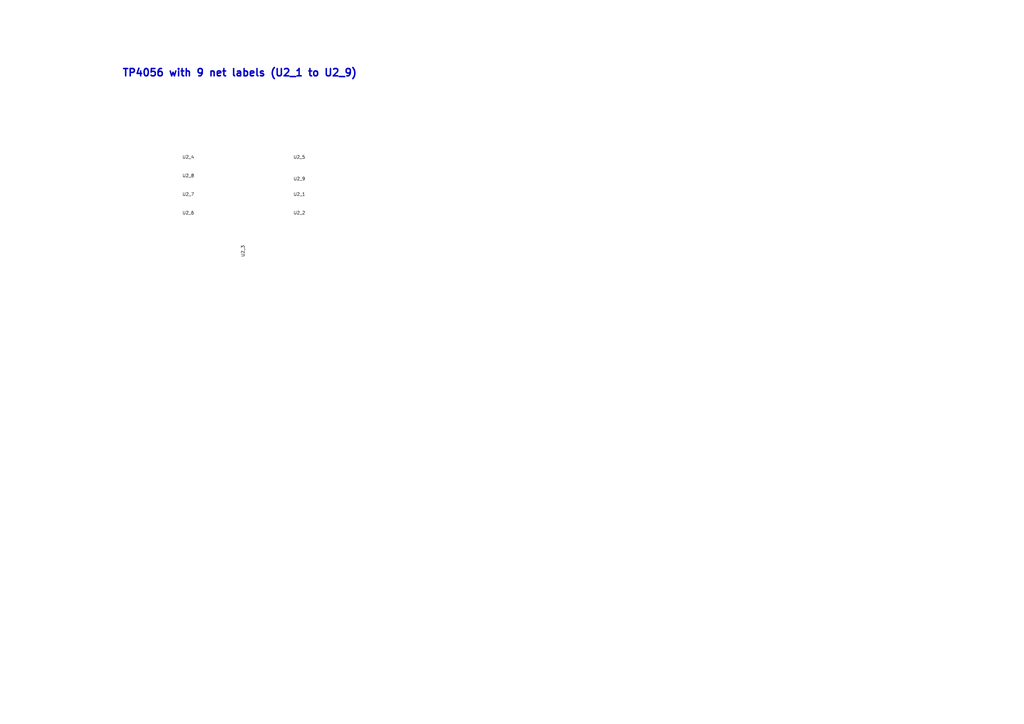
<source format=kicad_sch>
(kicad_sch (version 20231120) (generator "python_test")
  (uuid "a1b2c3d4-e5f6-7890-abcd-ef1234567890")
  (paper "A3")
  (title_block
    (title "Test - Parts with Net Labels on Pin Endpoints")
    (date "2025-12-16")
    (rev "1.0")
  )
  (lib_symbols)

  (symbol (lib_id "JLCPCB:TP4056") (at 100 80 0)
    (uuid "11111111-1111-1111-1111-111111111111")
    (property "Reference" "U2" (at 100 60 0)
      (effects (font (size 1.27 1.27))))
    (property "Value" "TP4056" (at 100 100 0)
      (effects (font (size 1.27 1.27))))
    (property "Footprint" "JLCPCB:ESOP-8_L4.9-W3.9-P1.27-LS6.0-BL-EP" (at 100 103 0)
      (effects (font (size 1.27 1.27)) hide))
    (instances (project "" (path "/" (reference "U2") (unit 1))))
  )

  (label "U2_1" (at 120.32 80 0) (fields_autoplaced yes)
    (effects (font (size 1.27 1.27)) (justify left))
    (uuid "22222222-0001-0000-0000-000000000000"))

  (label "U2_2" (at 120.32 87.62 0) (fields_autoplaced yes)
    (effects (font (size 1.27 1.27)) (justify left))
    (uuid "22222222-0002-0000-0000-000000000000"))

  (label "U2_3" (at 100 105.4 270) (fields_autoplaced yes)
    (effects (font (size 1.27 1.27)) (justify left))
    (uuid "22222222-0003-0000-0000-000000000000"))

  (label "U2_4" (at 79.68 64.76 180) (fields_autoplaced yes)
    (effects (font (size 1.27 1.27)) (justify right))
    (uuid "22222222-0004-0000-0000-000000000000"))

  (label "U2_5" (at 120.32 64.76 0) (fields_autoplaced yes)
    (effects (font (size 1.27 1.27)) (justify left))
    (uuid "22222222-0005-0000-0000-000000000000"))

  (label "U2_6" (at 79.68 87.62 180) (fields_autoplaced yes)
    (effects (font (size 1.27 1.27)) (justify right))
    (uuid "22222222-0006-0000-0000-000000000000"))

  (label "U2_7" (at 79.68 80 180) (fields_autoplaced yes)
    (effects (font (size 1.27 1.27)) (justify right))
    (uuid "22222222-0007-0000-0000-000000000000"))

  (label "U2_8" (at 79.68 72.38 180) (fields_autoplaced yes)
    (effects (font (size 1.27 1.27)) (justify right))
    (uuid "22222222-0008-0000-0000-000000000000"))

  (label "U2_9" (at 120.32 73.65 0) (fields_autoplaced yes)
    (effects (font (size 1.27 1.27)) (justify left))
    (uuid "22222222-0009-0000-0000-000000000000"))

  (text "TP4056 with 9 net labels (U2_1 to U2_9)" (at 50 30 0)
    (effects (font (size 3 3) bold) (justify left))
    (uuid "99999999-9999-9999-9999-999999999999"))

  (sheet_instances (path "/" (page "1")))
)

</source>
